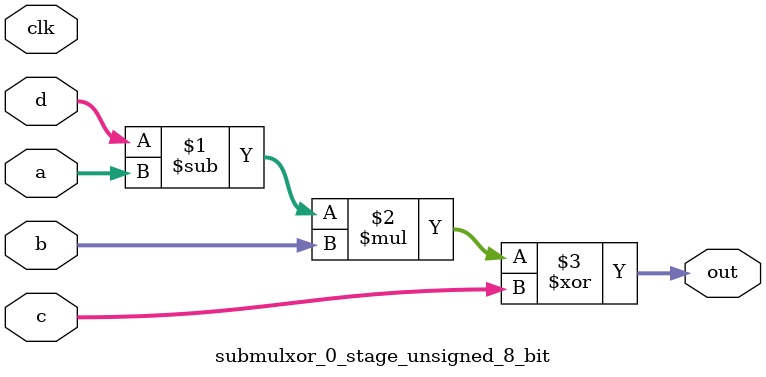
<source format=sv>
(* use_dsp = "yes" *) module submulxor_0_stage_unsigned_8_bit(
	input  [7:0] a,
	input  [7:0] b,
	input  [7:0] c,
	input  [7:0] d,
	output [7:0] out,
	input clk);

	assign out = ((d - a) * b) ^ c;
endmodule

</source>
